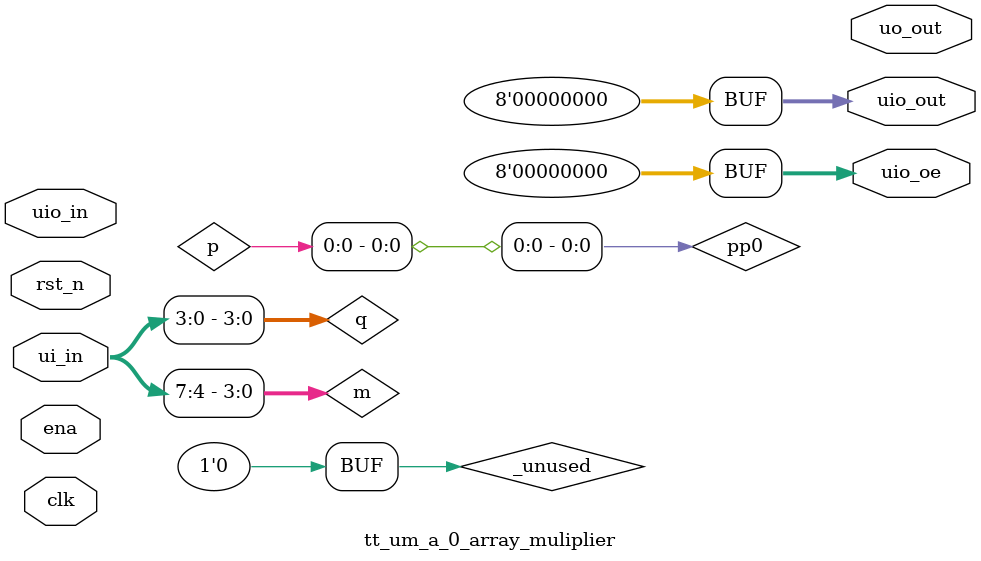
<source format=v>
/*
 * Copyright (c) 2024 Your Name
 * SPDX-License-Identifier: Apache-2.0
 */

`default_nettype none

module full_adder (
    input a, 
    input b, 
    input cin, 
    output sum, 
    output cout
);
    assign {cout, sum} = a + b  + cin;
endmodule

module tt_um_a_0_array_muliplier (
    input  wire [7:0] ui_in,    // Dedicated inputs
    output wire [7:0] uo_out,   // Dedicated outputs
    input  wire [7:0] uio_in,   // IOs: Input path
    output wire [7:0] uio_out,  // IOs: Output path
    output wire [7:0] uio_oe,   // IOs: Enable path (active high: 0=input, 1=output)
    input  wire       ena,      // always 1 when the design is powered, so you can ignore it
    input  wire       clk,      // clock
    input  wire       rst_n     // reset_n - low to reset
);

  // All output pins must be assigned. If not used, assign to 0.
    wire [3:0] m = ui_in[7:4];
    wire [3:0] q = ui_in[3:0];
    wire [7:0] p;

    wire [3:0] pp0, pp1, pp2, pp3;  
    
    wire s1, s2, s3, s4, s5, s6;
    wire c1, c2, c3, c4, c5, c6, c7, c8, c9, c10, c11;

    assign pp0 = m & {4{q[0]}};  
    assign pp1 = m & {4{q[1]}};  
    assign pp2 = m & {4{q[2]}};  
    assign pp3 = m & {4{q[3]}};  

    assign p[0] = pp0[0];

    full_adder fa1 (
        .a(pp0[1]),
        .b(pp1[0]),
        .cin(1'b0),
        .sum(p[1]),
        .cout(c1)
    );
    full_adder fa2 (
        .a(pp0[2]),
        .b(pp1[1]),
        .cin(c1),
        .sum(s1),
        .cout(c2)
    );
    full_adder fa3 (
        .a(pp0[3]),
        .b(pp1[2]),
        .cin(c2),
        .sum(s2),
        .cout(c3)
    );
    full_adder fa4 (
        .a(1'b0),       
        .b(pp1[3]),
        .cin(c3),
        .sum(s3),
        .cout(c4)
    );

    full_adder fa5 (
        .a(s1),
        .b(pp2[0]),
        .cin(1'b0),
        .sum(p[2]),
        .cout(c5)
    );
    full_adder fa6 (
        .a(s2),
        .b(pp2[1]),
        .cin(c5),
        .sum(s4),
        .cout(c6)
    );
    full_adder fa7 (
        .a(s3),
        .b(pp2[2]),
        .cin(c6),
        .sum(s5),
        .cout(c7)
    );
    full_adder fa8 (
        .a(c4),
        .b(pp2[3]),
        .cin(c7),
        .sum(s6),
        .cout(c8)
    );

    full_adder fa9 (
        .a(s4),
        .b(pp3[0]),
        .cin(1'b0),
        .sum(p[3]),
        .cout(c9)
    );
    full_adder fa10 (
        .a(s5),
        .b(pp3[1]),
        .cin(c9),
        .sum(p[4]),
        .cout(c10)
    );
    full_adder fa11 (
        .a(s6),
        .b(pp3[2]),
        .cin(c10),
        .sum(p[5]),
        .cout(c11)
    );
    full_adder fa12 (
        .a(c8),
        .b(pp3[3]),
        .cin(c11),
        .sum(p[6]),
        .cout(p[7])  
    );
  

    
  assign uio_out = 0;
  assign uio_oe  = 0;

  // List all unused inputs to prevent warnings
    wire _unused = &{ena, clk, rst_n, uio_in,1'b0};

endmodule

</source>
